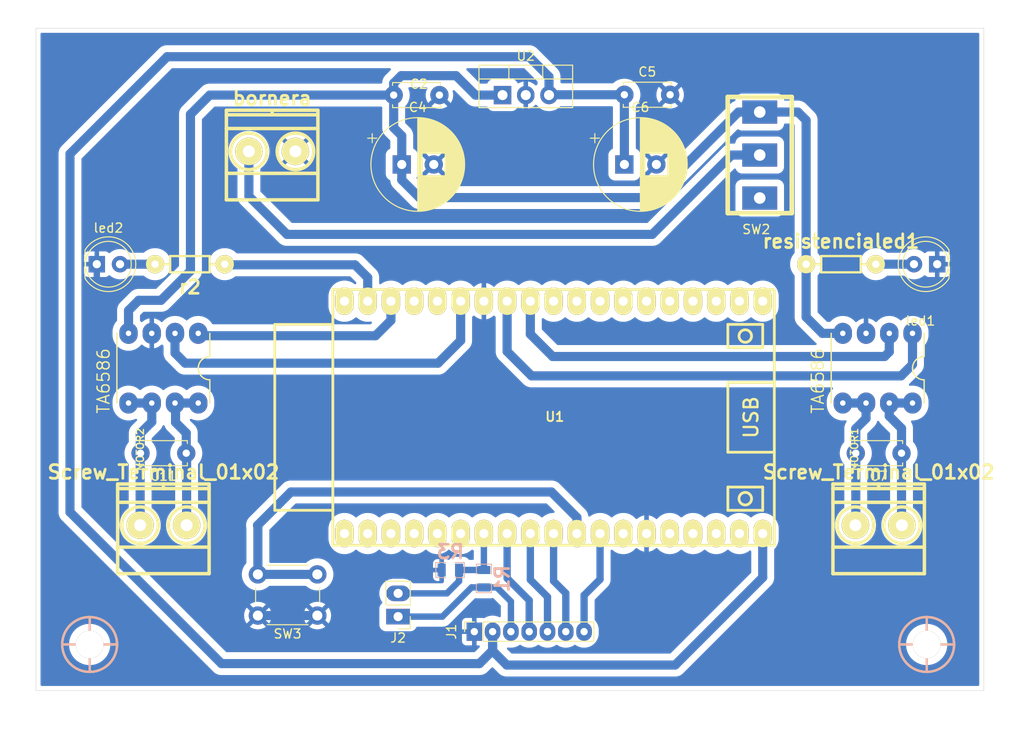
<source format=kicad_pcb>
(kicad_pcb (version 20240108) (generator "pcbnew") (generator_version "8.0")
  (layers (0 "F.Cu" signal) (31 "B.Cu" signal) (34 "B.Paste" user) (35 "F.Paste" user) (36 "B.SilkS" user "B.Silkscreen") (37 "F.SilkS" user "F.Silkscreen") (38 "B.Mask" user) (39 "F.Mask" user) (44 "Edge.Cuts" user))
  (net 0 "")
  (net 1 "Net-(bormo1-Pin_1)")
  (net 2 "Net-(bormo1-Pin_2)")
  (net 3 "Net-(SW2-B)")
  (net 4 "GND")
  (net 5 "VCC")
  (net 6 "+5V")
  (net 7 "Net-(J5-Pin_1)")
  (net 8 "Net-(J5-Pin_2)")
  (net 9 "Net-(led1-A)")
  (net 10 "Net-(led2-A)")
  (net 11 "/DIRECCION1")
  (net 12 "/DIRECCION2")
  (net 13 "/DIRECCION3")
  (net 14 "/DIRECCION4")
  (net 15 "/LED")
  (net 17 "/OUTe")
  (net 18 "/S0")
  (net 19 "/S1")
  (net 20 "/S3")
  (net 21 "/S2")
  (net 22 "Net-(SW3-B)")
  (net 49 "/OUTs")
  (footprint "ta6586:TA6586-FOOTPRINT" (layer "F.Cu") (at 112.725 68.814 -90)
    (property "Reference" "MOTOR1" (at 0 0 90) (layer "F.SilkS") (effects (font (size 0.787402 0.787402))))
    (property "Value" "TA6586")
    (fp_text user "TA6586 " (at -8 4 90) (layer "F.SilkS") (effects (font (size 1.32 1.32))))
    (pad "BI" thru_hole oval (at -12.7 -6.35 270) (size 2.3 2) (drill 0.6) (layers "*.Cu" "*.Mask") (net 11 "/DIRECCION1"))
    (pad "BO1" thru_hole oval (at -5.08 -3.81 270) (size 2.3 2) (drill 0.6) (layers "*.Cu" "*.Mask") (net 7 "Net-(J5-Pin_1)"))
    (pad "BO2" thru_hole oval (at -5.08 -6.35 270) (size 2.3 2) (drill 0.6) (layers "*.Cu" "*.Mask") (net 7 "Net-(J5-Pin_1)"))
    (pad "FI" thru_hole oval (at -12.7 -3.81 270) (size 2.3 2) (drill 0.6) (layers "*.Cu" "*.Mask") (net 12 "/DIRECCION2"))
    (pad "FO1" thru_hole oval (at -5.08 1.27 270) (size 2.3 2) (drill 0.6) (layers "*.Cu" "*.Mask") (net 8 "Net-(J5-Pin_2)"))
    (pad "FO2" thru_hole oval (at -5.08 -1.27 270) (size 2.3 2) (drill 0.6) (layers "*.Cu" "*.Mask") (net 8 "Net-(J5-Pin_2)"))
    (pad "GND" thru_hole oval (at -12.7 -1.27 270) (size 2.3 2) (drill 0.6) (layers "*.Cu" "*.Mask") (net 4 "GND"))
    (pad "VCC" thru_hole oval (at -12.7 1.27 270) (size 2.3 2) (drill 0.6) (layers "*.Cu" "*.Mask") (net 5 "VCC"))
  )
  (footprint "EESTN5:SW_SPDT_TH_Vertical" (layer "F.Cu") (at 102.375 36.624 180)
    (property "Reference" "SW2" (at 0.381 -8.128 180) (layer "F.SilkS"))
    (property "Value" "SW_SPDT" (hide yes))
    (pad "1" thru_hole rect (at 0 -4.7 180) (size 3.81 2.54) (drill 1.27) (layers "*.Cu" "*.Mask"))
    (pad "2" thru_hole rect (at 0 0 180) (size 3.81 2.54) (drill 1.27) (layers "*.Cu" "*.Mask") (net 3 "Net-(SW2-B)"))
    (pad "3" thru_hole rect (at 0 4.7 180) (size 3.81 2.54) (drill 1.27) (layers "*.Cu" "*.Mask") (net 5 "VCC"))
  )
  (footprint "LED_THT:LED_D5.0mm" (layer "F.Cu") (at 29.906395 48.555)
    (property "Reference" "led2" (at 1.27 -3.96 0) (layer "F.SilkS"))
    (property "Value" "LED")
    (pad "1" thru_hole rect (at 0 0) (size 1.8 1.8) (drill 0.9) (layers "*.Cu" "*.Mask") (net 4 "GND"))
    (pad "2" thru_hole circle (at 2.54 0) (size 1.8 1.8) (drill 0.9) (layers "*.Cu" "*.Mask") (net 10 "Net-(led2-A)"))
  )
  (footprint "EESTN5:RES0.3" (layer "F.Cu") (at 111.255 48.555)
    (property "Reference" "resistencialed1" (at 0 -2.5 0) (layer "F.SilkS") (effects (font (size 1.5 1.5) (thickness 0.3))))
    (property "Value" "220" (hide yes))
    (pad "1" thru_hole circle (at -3.81 0) (size 1.99898 1.99898) (drill 0.8001) (layers "*.Cu" "*.Mask" "F.SilkS") (net 5 "VCC"))
    (pad "2" thru_hole circle (at 3.81 0) (size 1.99898 1.99898) (drill 0.8001) (layers "*.Cu" "*.Mask" "F.SilkS") (net 9 "Net-(led1-A)"))
  )
  (footprint "EESTN5:BORNERA2" (layer "F.Cu") (at 49.075 36.224 180)
    (property "Reference" "bornerabateria1" (hide yes))
    (property "Value" "bornera" (at 0 5.8 180) (layer "F.SilkS") (effects (font (size 1.5 1.5) (thickness 0.3))))
    (pad "1" thru_hole circle (at -2.54 0 180) (size 3 3) (drill 1.3) (layers "*.Cu" "*.Mask" "F.SilkS") (net 4 "GND"))
    (pad "2" thru_hole circle (at 2.54 0 180) (size 3 3) (drill 1.3) (layers "*.Cu" "*.Mask" "F.SilkS") (net 3 "Net-(SW2-B)"))
  )
  (footprint "EESTN5:Tornillo_M3_8mm" (layer "F.Cu") (at 29.125 90.125 90)
    (property "Reference" "tornillo1" (hide yes))
    (property "Value" "Cable_PAD" (hide yes))
    (pad "1" thru_hole circle (at 0 0 90) (size 3 3) (drill 3) (layers "*.Cu" "F.SilkS"))
  )
  (footprint "EESTN5:Tornillo_M3_8mm" (layer "F.Cu") (at 120.625 90.125 90)
    (property "Reference" "tornillo2" (hide yes))
    (property "Value" "Cable_PAD" (hide yes))
    (pad "1" thru_hole circle (at 0 0 90) (size 3 3) (drill 3) (layers "*.Cu" "F.SilkS"))
  )
  (footprint "Capacitor_THT:CP_Radial_D10.0mm_P3.50mm" (layer "F.Cu") (at 87.578606 37.654)
    (property "Reference" "C6" (at 1.75 -6.25 0) (layer "F.SilkS"))
    (property "Value" "C_Polarized_US")
    (pad "1" thru_hole rect (at 0 0) (size 2 2) (drill 1) (layers "*.Cu" "*.Mask") (net 6 "+5V"))
    (pad "2" thru_hole circle (at 3.5 0) (size 2 2) (drill 1) (layers "*.Cu" "*.Mask") (net 4 "GND"))
  )
  (footprint "Connector_PinSocket_2.00mm:PinSocket_1x07_P2.00mm_Vertical" (layer "F.Cu") (at 71.175 88.724 90)
    (property "Reference" "J1" (at 0 -2.5 90) (layer "F.SilkS"))
    (property "Value" "Conn_01x07")
    (pad "1" thru_hole rect (at 0 0 90) (size 2 1.7) (drill 0.8) (layers "*.Cu" "*.Mask") (net 4 "GND"))
    (pad "2" thru_hole oval (at 0 2 90) (size 2 1.7) (drill 0.8) (layers "*.Cu" "*.Mask") (net 6 "+5V"))
    (pad "3" thru_hole oval (at 0 4 90) (size 2 1.7) (drill 0.8) (layers "*.Cu" "*.Mask") (net 17 "/OUTe"))
    (pad "4" thru_hole oval (at 0 6 90) (size 2 1.7) (drill 0.8) (layers "*.Cu" "*.Mask") (net 18 "/S0"))
    (pad "5" thru_hole oval (at 0 8 90) (size 2 1.7) (drill 0.8) (layers "*.Cu" "*.Mask") (net 19 "/S1"))
    (pad "6" thru_hole oval (at 0 10 90) (size 2 1.7) (drill 0.8) (layers "*.Cu" "*.Mask") (net 21 "/S2"))
    (pad "7" thru_hole oval (at 0 12 90) (size 2 1.7) (drill 0.8) (layers "*.Cu" "*.Mask") (net 20 "/S3"))
  )
  (footprint "LED_THT:LED_D5.0mm" (layer "F.Cu") (at 121.775 48.555 180)
    (property "Reference" "led1" (at 1.835 -6.197 180) (layer "F.SilkS"))
    (property "Value" "LED")
    (pad "1" thru_hole rect (at 0 0 180) (size 1.8 1.8) (drill 0.9) (layers "*.Cu" "*.Mask") (net 4 "GND"))
    (pad "2" thru_hole circle (at 2.54 0 180) (size 1.8 1.8) (drill 0.9) (layers "*.Cu" "*.Mask") (net 9 "Net-(led1-A)"))
  )
  (footprint "ta6586:TA6586-FOOTPRINT" (layer "F.Cu") (at 34.645 68.814 -90)
    (property "Reference" "MOTOR2" (at 0 0 90) (layer "F.SilkS") (effects (font (size 0.787402 0.787402))))
    (property "Value" "TA6586")
    (fp_text user "TA6586 " (at -8 4 90) (layer "F.SilkS") (effects (font (size 1.32 1.32))))
    (pad "BI" thru_hole oval (at -12.7 -6.35 270) (size 2.3 2) (drill 0.6) (layers "*.Cu" "F.Mask") (net 13 "/DIRECCION3"))
    (pad "BO1" thru_hole oval (at -5.08 -3.81 270) (size 2.3 2) (drill 0.6) (layers "*.Cu" "F.Mask") (net 1 "Net-(bormo1-Pin_1)"))
    (pad "BO2" thru_hole oval (at -5.08 -6.35 270) (size 2.3 2) (drill 0.6) (layers "*.Cu" "F.Mask") (net 1 "Net-(bormo1-Pin_1)"))
    (pad "FI" thru_hole oval (at -12.7 -3.81 270) (size 2.3 2) (drill 0.6) (layers "*.Cu" "F.Mask") (net 14 "/DIRECCION4"))
    (pad "FO1" thru_hole oval (at -5.08 1.27 270) (size 2.3 2) (drill 0.6) (layers "*.Cu" "F.Mask") (net 2 "Net-(bormo1-Pin_2)"))
    (pad "FO2" thru_hole oval (at -5.08 -1.27 270) (size 2.3 2) (drill 0.6) (layers "*.Cu" "F.Mask") (net 2 "Net-(bormo1-Pin_2)"))
    (pad "GND" thru_hole oval (at -12.7 -1.27 270) (size 2.3 2) (drill 0.6) (layers "*.Cu" "F.Mask") (net 4 "GND"))
    (pad "VCC" thru_hole oval (at -12.7 1.27 270) (size 2.3 2) (drill 0.6) (layers "*.Cu" "F.Mask") (net 5 "VCC"))
  )
  (footprint "Capacitor_THT:C_Disc_D5.0mm_W2.5mm_P5.00mm" (layer "F.Cu") (at 62.36 30.069)
    (property "Reference" "C2" (at 2.754457 -1.203457 0) (layer "F.SilkS"))
    (property "Value" "C")
    (pad "1" thru_hole circle (at 0 0) (size 2 2) (drill 0.8) (layers "*.Cu" "*.Mask") (net 5 "VCC"))
    (pad "2" thru_hole circle (at 5 0) (size 2 2) (drill 0.8) (layers "*.Cu" "*.Mask") (net 4 "GND"))
  )
  (footprint "Connector_PinHeader_2.54mm:PinHeader_1x02_P2.54mm_Vertical" (layer "F.Cu") (at 62.845 87.08 180)
    (property "Reference" "J2" (at 0 -2.33 180) (layer "F.SilkS"))
    (property "Value" "Conn_01x02")
    (pad "1" thru_hole rect (at 0 0 180) (size 2.6 1.7) (drill 1) (layers "*.Cu" "*.Mask") (net 17 "/OUTe"))
    (pad "2" thru_hole oval (at 0 2.54 180) (size 2.6 1.7) (drill 1) (layers "*.Cu" "*.Mask") (net 49 "/OUTs"))
  )
  (footprint "Package_TO_SOT_THT:TO-220-3_Vertical" (layer "F.Cu") (at 74.26 30.069)
    (property "Reference" "U2" (at 2.54 -4.27 0) (layer "F.SilkS"))
    (property "Value" "LM7805")
    (pad "1" thru_hole rect (at 0 0) (size 1.905 2) (drill 1.1) (layers "*.Cu" "*.Mask") (net 5 "VCC"))
    (pad "2" thru_hole oval (at 2.54 0) (size 1.905 2) (drill 1.1) (layers "*.Cu" "*.Mask") (net 4 "GND"))
    (pad "3" thru_hole oval (at 5.08 0) (size 1.905 2) (drill 1.1) (layers "*.Cu" "*.Mask") (net 6 "+5V"))
  )
  (footprint "Capacitor_THT:C_Disc_D5.0mm_W2.5mm_P5.00mm" (layer "F.Cu") (at 39.685 69.215 180)
    (property "Reference" "C11" (at 2.5 -2.5 180) (layer "F.SilkS"))
    (property "Value" "C")
    (pad "1" thru_hole circle (at 0 0 180) (size 2 2) (drill 0.8) (layers "*.Cu" "*.Mask") (net 1 "Net-(bormo1-Pin_1)"))
    (pad "2" thru_hole circle (at 5 0 180) (size 2 2) (drill 0.8) (layers "*.Cu" "*.Mask") (net 2 "Net-(bormo1-Pin_2)"))
  )
  (footprint "EESTN5:RES0.3" (layer "F.Cu") (at 40.085 48.555 180)
    (property "Reference" "r2" (at 0 -2.5 180) (layer "F.SilkS") (effects (font (size 1.5 1.5) (thickness 0.3))))
    (property "Value" "560" (hide yes))
    (pad "1" thru_hole circle (at -3.81 0 180) (size 1.99898 1.99898) (drill 0.8001) (layers "*.Cu" "*.Mask" "F.SilkS") (net 15 "/LED"))
    (pad "2" thru_hole circle (at 3.81 0 180) (size 1.99898 1.99898) (drill 0.8001) (layers "*.Cu" "*.Mask" "F.SilkS") (net 10 "Net-(led2-A)"))
  )
  (footprint "Capacitor_THT:C_Disc_D5.0mm_W2.5mm_P5.00mm" (layer "F.Cu") (at 117.875 69.215 180)
    (property "Reference" "C7" (at 2.5 -2.5 180) (layer "F.SilkS"))
    (property "Value" "C")
    (pad "1" thru_hole circle (at 0 0 180) (size 2 2) (drill 0.8) (layers "*.Cu" "*.Mask") (net 7 "Net-(J5-Pin_1)"))
    (pad "2" thru_hole circle (at 5 0 180) (size 2 2) (drill 0.8) (layers "*.Cu" "*.Mask") (net 8 "Net-(J5-Pin_2)"))
  )
  (footprint "Button_Switch_THT:SW_PUSH_6mm" (layer "F.Cu") (at 54.015 86.965 180)
    (property "Reference" "SW3" (at 3.25 -2 180) (layer "F.SilkS"))
    (property "Value" "s")
    (pad "1" thru_hole circle (at 0 0 270) (size 2 2) (drill 1.1) (layers "*.Cu" "*.Mask") (net 4 "GND"))
    (pad "1" thru_hole circle (at 6.5 0 270) (size 2 2) (drill 1.1) (layers "*.Cu" "*.Mask") (net 4 "GND"))
    (pad "2" thru_hole circle (at 0 4.5 270) (size 2 2) (drill 1.1) (layers "*.Cu" "*.Mask") (net 22 "Net-(SW3-B)"))
    (pad "2" thru_hole circle (at 6.5 4.5 270) (size 2 2) (drill 1.1) (layers "*.Cu" "*.Mask") (net 22 "Net-(SW3-B)"))
  )
  (footprint "Capacitor_THT:C_Disc_D5.0mm_W2.5mm_P5.00mm" (layer "F.Cu") (at 87.578606 30.034)
    (property "Reference" "C5" (at 2.5 -2.5 0) (layer "F.SilkS"))
    (property "Value" "C")
    (pad "1" thru_hole circle (at 0 0) (size 2 2) (drill 0.8) (layers "*.Cu" "*.Mask") (net 6 "+5V"))
    (pad "2" thru_hole circle (at 5 0) (size 2 2) (drill 0.8) (layers "*.Cu" "*.Mask") (net 4 "GND"))
  )
  (footprint "EESTN5:BORNERA2" (layer "F.Cu") (at 37.185 77.085 180)
    (property "Reference" "bormo1" (hide yes))
    (property "Value" "Screw_Terminal_01x02" (at 0 5.8 180) (layer "F.SilkS") (effects (font (size 1.5 1.5) (thickness 0.3))))
    (pad "1" thru_hole circle (at -2.54 0 180) (size 3 3) (drill 1.3) (layers "*.Cu" "*.Mask" "F.SilkS") (net 1 "Net-(bormo1-Pin_1)"))
    (pad "2" thru_hole circle (at 2.54 0 180) (size 3 3) (drill 1.3) (layers "*.Cu" "*.Mask" "F.SilkS") (net 2 "Net-(bormo1-Pin_2)"))
  )
  (footprint "EESTN5:BORNERA2" (layer "F.Cu") (at 115.375 77.085 180)
    (property "Reference" "J5" (hide yes))
    (property "Value" "Screw_Terminal_01x02" (at 0 5.8 180) (layer "F.SilkS") (effects (font (size 1.5 1.5) (thickness 0.3))))
    (pad "1" thru_hole circle (at -2.54 0 180) (size 3 3) (drill 1.3) (layers "*.Cu" "*.Mask" "F.SilkS") (net 7 "Net-(J5-Pin_1)"))
    (pad "2" thru_hole circle (at 2.54 0 180) (size 3 3) (drill 1.3) (layers "*.Cu" "*.Mask" "F.SilkS") (net 8 "Net-(J5-Pin_2)"))
  )
  (footprint "EESTN5:ESP32_DEVKITC" (layer "F.Cu") (at 79.84 65.299)
    (property "Reference" "U1" (at 0.127 -0.0635 0) (layer "F.SilkS") (effects (font (size 1.016 1.016) (thickness 0.2032))))
    (property "Value" "ESP32_CDN" (hide yes))
    (fp_text user "USB" (at 21.59 0 90) (layer "F.SilkS") (effects (font (size 1.524 1.524) (thickness 0.254))))
    (pad "1" thru_hole oval (at -22.86 12.7 180) (size 2 3) (drill 1) (layers "*.Cu" "*.Mask" "F.SilkS" "Dwgs.User"))
    (pad "2" thru_hole oval (at -20.32 12.7 180) (size 2 3) (drill 1) (layers "*.Cu" "*.Mask" "F.SilkS" "Dwgs.User"))
    (pad "3" thru_hole oval (at -17.78 12.7 180) (size 2 3) (drill 1) (layers "*.Cu" "*.Mask" "F.SilkS" "Dwgs.User"))
    (pad "4" thru_hole oval (at -15.24 12.7 180) (size 2 3) (drill 1) (layers "*.Cu" "*.Mask" "F.SilkS" "Dwgs.User"))
    (pad "5" thru_hole oval (at -12.7 12.7 180) (size 2 3) (drill 1) (layers "*.Cu" "*.Mask" "F.SilkS" "Dwgs.User"))
    (pad "6" thru_hole oval (at -10.16 12.7 180) (size 2 3) (drill 1) (layers "*.Cu" "*.Mask" "F.SilkS" "Dwgs.User"))
    (pad "7" thru_hole oval (at -7.62 12.7 180) (size 2 3) (drill 1) (layers "*.Cu" "*.Mask" "F.SilkS" "Dwgs.User") (net 49 "/OUTs"))
    (pad "8" thru_hole oval (at -5.08 12.7 180) (size 2 3) (drill 1) (layers "*.Cu" "*.Mask" "F.SilkS" "Dwgs.User") (net 18 "/S0"))
    (pad "9" thru_hole oval (at -2.54 12.7 180) (size 2 3) (drill 1) (layers "*.Cu" "*.Mask" "F.SilkS" "Dwgs.User") (net 19 "/S1"))
    (pad "10" thru_hole oval (at 0 12.7 180) (size 2 3) (drill 1) (layers "*.Cu" "*.Mask" "F.SilkS" "Dwgs.User") (net 21 "/S2"))
    (pad "11" thru_hole oval (at 2.54 12.7 180) (size 2 3) (drill 1) (layers "*.Cu" "*.Mask" "F.SilkS" "Dwgs.User") (net 22 "Net-(SW3-B)"))
    (pad "12" thru_hole oval (at 5.08 12.7 180) (size 2 3) (drill 1) (layers "*.Cu" "*.Mask" "F.SilkS" "Dwgs.User") (net 20 "/S3"))
    (pad "13" thru_hole oval (at 7.62 12.7 180) (size 2 3) (drill 1) (layers "*.Cu" "*.Mask" "F.SilkS" "Dwgs.User"))
    (pad "14" thru_hole oval (at 10.16 12.7 180) (size 2 3) (drill 1) (layers "*.Cu" "*.Mask" "F.SilkS" "Dwgs.User") (net 4 "GND"))
    (pad "15" thru_hole oval (at 12.7 12.7 180) (size 2 3) (drill 1) (layers "*.Cu" "*.Mask" "F.SilkS" "Dwgs.User"))
    (pad "16" thru_hole oval (at 15.24 12.7 180) (size 2 3) (drill 1) (layers "*.Cu" "*.Mask" "F.SilkS" "Dwgs.User"))
    (pad "17" thru_hole oval (at 17.78 12.7 180) (size 2 3) (drill 1) (layers "*.Cu" "*.Mask" "F.SilkS" "Dwgs.User"))
    (pad "18" thru_hole oval (at 20.32 12.7 180) (size 2 3) (drill 1) (layers "*.Cu" "*.Mask" "F.SilkS" "Dwgs.User"))
    (pad "19" thru_hole oval (at 22.86 12.7 180) (size 2 3) (drill 1) (layers "*.Cu" "*.Mask" "F.SilkS" "Dwgs.User") (net 6 "+5V"))
    (pad "20" thru_hole oval (at 22.86 -12.7 180) (size 2 3) (drill 1) (layers "*.Cu" "*.Mask" "F.SilkS" "Dwgs.User"))
    (pad "21" thru_hole oval (at 20.32 -12.7 180) (size 2 3) (drill 1) (layers "*.Cu" "*.Mask" "F.SilkS" "Dwgs.User"))
    (pad "22" thru_hole oval (at 17.78 -12.7 180) (size 2 3) (drill 1) (layers "*.Cu" "*.Mask" "F.SilkS" "Dwgs.User"))
    (pad "23" thru_hole oval (at 15.24 -12.7 180) (size 2 3) (drill 1) (layers "*.Cu" "*.Mask" "F.SilkS" "Dwgs.User"))
    (pad "24" thru_hole oval (at 12.7 -12.7 180) (size 2 3) (drill 1) (layers "*.Cu" "*.Mask" "F.SilkS" "Dwgs.User"))
    (pad "25" thru_hole oval (at 10.16 -12.7 180) (size 2 3) (drill 1) (layers "*.Cu" "*.Mask" "F.SilkS" "Dwgs.User"))
    (pad "26" thru_hole oval (at 7.62 -12.7 180) (size 2 3) (drill 1) (layers "*.Cu" "*.Mask" "F.SilkS" "Dwgs.User"))
    (pad "27" thru_hole oval (at 5.08 -12.7 180) (size 2 3) (drill 1) (layers "*.Cu" "*.Mask" "F.SilkS" "Dwgs.User"))
    (pad "28" thru_hole oval (at 2.54 -12.7 180) (size 2 3) (drill 1) (layers "*.Cu" "*.Mask" "F.SilkS" "Dwgs.User"))
    (pad "29" thru_hole oval (at 0 -12.7 180) (size 2 3) (drill 1) (layers "*.Cu" "*.Mask" "F.SilkS" "Dwgs.User"))
    (pad "30" thru_hole oval (at -2.54 -12.7 180) (size 2 3) (drill 1) (layers "*.Cu" "*.Mask" "F.SilkS" "Dwgs.User") (net 12 "/DIRECCION2"))
    (pad "31" thru_hole oval (at -5.08 -12.7 180) (size 2 3) (drill 1) (layers "*.Cu" "*.Mask" "F.SilkS" "Dwgs.User") (net 11 "/DIRECCION1"))
    (pad "32" thru_hole oval (at -7.62 -12.7 180) (size 2 3) (drill 1) (layers "*.Cu" "*.Mask" "F.SilkS" "Dwgs.User") (net 4 "GND"))
    (pad "33" thru_hole oval (at -10.16 -12.7 180) (size 2 3) (drill 1) (layers "*.Cu" "*.Mask" "F.SilkS" "Dwgs.User") (net 14 "/DIRECCION4"))
    (pad "34" thru_hole oval (at -12.7 -12.7 180) (size 2 3) (drill 1) (layers "*.Cu" "*.Mask" "F.SilkS" "Dwgs.User"))
    (pad "35" thru_hole oval (at -15.24 -12.7 180) (size 2 3) (drill 1) (layers "*.Cu" "*.Mask" "F.SilkS" "Dwgs.User"))
    (pad "36" thru_hole oval (at -17.78 -12.7 180) (size 2 3) (drill 1) (layers "*.Cu" "*.Mask" "F.SilkS" "Dwgs.User") (net 13 "/DIRECCION3"))
    (pad "37" thru_hole oval (at -20.32 -12.7 180) (size 2 3) (drill 1) (layers "*.Cu" "*.Mask" "F.SilkS" "Dwgs.User") (net 15 "/LED"))
    (pad "38" thru_hole oval (at -22.86 -12.7 180) (size 2 3) (drill 1) (layers "*.Cu" "*.Mask" "F.SilkS" "Dwgs.User"))
  )
  (footprint "Capacitor_THT:CP_Radial_D10.0mm_P3.50mm" (layer "F.Cu") (at 63.242323 37.654)
    (property "Reference" "C4" (at 1.75 -6.25 0) (layer "F.SilkS"))
    (property "Value" "C_Polarized_US")
    (pad "1" thru_hole rect (at 0 0) (size 2 2) (drill 1) (layers "*.Cu" "*.Mask") (net 5 "VCC"))
    (pad "2" thru_hole circle (at 3.5 0) (size 2 2) (drill 1) (layers "*.Cu" "*.Mask") (net 4 "GND"))
  )
  (footprint "EESTN5:R_0805" (layer "B.Cu") (at 72.225 82.935 90)
    (property "Reference" "R1" (at 0 2 -90) (layer "B.SilkS") (effects (font (size 1.5 1.5) (thickness 0.3)) (justify mirror)))
    (property "Value" "R" (hide yes))
    (pad "1" smd rect (at -0.9525 0 90) (size 0.889 1.397) (layers "B.Cu" "B.Paste" "B.Mask") (net 17 "/OUTe"))
    (pad "2" smd rect (at 0.9525 0 90) (size 0.889 1.397) (layers "B.Cu" "B.Paste" "B.Mask") (net 49 "/OUTs"))
  )
  (footprint "EESTN5:R_0805" (layer "B.Cu") (at 68.55675 81.9925 180)
    (property "Reference" "R3" (at 0 2 180) (layer "B.SilkS") (effects (font (size 1.5 1.5) (thickness 0.3)) (justify mirror)))
    (property "Value" "R" (hide yes))
    (pad "1" smd rect (at -0.9525 0 180) (size 0.889 1.397) (layers "B.Cu" "B.Paste" "B.Mask") (net 49 "/OUTs"))
    (pad "2" smd rect (at 0.9525 0 180) (size 0.889 1.397) (layers "B.Cu" "B.Paste" "B.Mask") (net 4 "GND"))
  )
  (gr_rect (start 23.255 22.765) (end 126.875 95.16) (stroke (width 0.05)) (fill none) (layer "Edge.Cuts"))
  (segment (start 39.725 69.255) (end 39.685 69.215) (width 1) (layer "B.Cu") (net 1))
  (segment (start 39.725 77.085) (end 39.725 69.255) (width 1) (layer "B.Cu") (net 1))
  (segment (start 40.995 63.734) (end 38.455 63.734) (width 1) (layer "B.Cu") (net 1))
  (segment (start 39.685 69.215) (end 39.685 67.015) (width 1) (layer "B.Cu") (net 1))
  (segment (start 38.515 65.845) (end 38.515 63.794) (width 1) (layer "B.Cu") (net 1))
  (segment (start 39.685 67.015) (end 38.515 65.845) (width 1) (layer "B.Cu") (net 1))
  (segment (start 38.515 63.794) (end 38.455 63.734) (width 1) (layer "B.Cu") (net 1))
  (segment (start 39.685 77.285) (end 39.725 77.325) (width 1) (layer "B.Cu") (net 1))
  (segment (start 35.915 63.734) (end 35.915 65.795) (width 1) (layer "B.Cu") (net 2))
  (segment (start 33.375 63.734) (end 35.915 63.734) (width 1) (layer "B.Cu") (net 2))
  (segment (start 35.915 65.795) (end 34.655 67.055) (width 1) (layer "B.Cu") (net 2))
  (segment (start 34.655 67.055) (end 34.655 69.185) (width 1) (layer "B.Cu") (net 2))
  (segment (start 34.645 77.085) (end 34.645 69.255) (width 1) (layer "B.Cu") (net 2))
  (segment (start 34.655 69.185) (end 34.685 69.215) (width 1) (layer "B.Cu") (net 2))
  (segment (start 34.685 69.215) (end 34.735 69.165) (width 1) (layer "B.Cu") (net 2))
  (segment (start 34.645 69.255) (end 34.685 69.215) (width 1) (layer "B.Cu") (net 2))
  (segment (start 46.535 41.134) (end 50.7 45.299) (width 1) (layer "B.Cu") (net 3))
  (segment (start 50.7 45.299) (end 90.626 45.299) (width 1) (layer "B.Cu") (net 3))
  (segment (start 46.535 36.224) (end 46.535 41.134) (width 1) (layer "B.Cu") (net 3))
  (segment (start 90.626 45.299) (end 99.301 36.624) (width 1) (layer "B.Cu") (net 3))
  (segment (start 99.301 36.624) (end 102.375 36.624) (width 1) (layer "B.Cu") (net 3))
  (segment (start 29.906395 48.555) (end 29.906395 50.82) (width 0.7) (layer "B.Cu") (net 4))
  (segment (start 29.906395 50.82) (end 29.896395 50.83) (width 0.7) (layer "B.Cu") (net 4))
  (segment (start 47.515 86.965) (end 54.015 86.965) (width 1) (layer "B.Cu") (net 4))
  (segment (start 40.145 49.285) (end 40.145 32.18) (width 1) (layer "B.Cu") (net 5))
  (segment (start 107.445 48.555) (end 107.445 32.819) (width 1) (layer "B.Cu") (net 5))
  (segment (start 63.242323 37.654) (end 63.242323 34.517323) (width 1) (layer "B.Cu") (net 5))
  (segment (start 69.175 27.949) (end 63.185 27.949) (width 1) (layer "B.Cu") (net 5))
  (segment (start 36.925 52.505) (end 40.145 49.285) (width 1) (layer "B.Cu") (net 5))
  (segment (start 100.051 31.924) (end 90.701 41.274) (width 1) (layer "B.Cu") (net 5))
  (segment (start 74.26 30.069) (end 71.295 30.069) (width 1) (layer "B.Cu") (net 5))
  (segment (start 107.445 32.819) (end 106.55 31.924) (width 1) (layer "B.Cu") (net 5))
  (segment (start 33.375 56.114) (end 33.375 53.615) (width 1) (layer "B.Cu") (net 5))
  (segment (start 65.175 41.274) (end 63.242323 39.341323) (width 1) (layer "B.Cu") (net 5))
  (segment (start 63.185 27.949) (end 62.36 28.774) (width 1) (layer "B.Cu") (net 5))
  (segment (start 33.375 53.615) (end 34.485 52.505) (width 1) (layer "B.Cu") (net 5))
  (segment (start 109.224 56.114) (end 111.455 56.114) (width 1) (layer "B.Cu") (net 5))
  (segment (start 106.55 31.924) (end 102.375 31.924) (width 1) (layer "B.Cu") (net 5))
  (segment (start 40.145 32.18) (end 42.256 30.069) (width 1) (layer "B.Cu") (net 5))
  (segment (start 62.36 33.635) (end 62.36 30.069) (width 1) (layer "B.Cu") (net 5))
  (segment (start 71.295 30.069) (end 69.175 27.949) (width 1) (layer "B.Cu") (net 5))
  (segment (start 63.242323 34.517323) (end 62.36 33.635) (width 1) (layer "B.Cu") (net 5))
  (segment (start 90.701 41.274) (end 65.175 41.274) (width 1) (layer "B.Cu") (net 5))
  (segment (start 102.375 31.924) (end 100.051 31.924) (width 1) (layer "B.Cu") (net 5))
  (segment (start 34.485 52.505) (end 36.925 52.505) (width 1) (layer "B.Cu") (net 5))
  (segment (start 107.445 48.555) (end 107.445 54.335) (width 1) (layer "B.Cu") (net 5))
  (segment (start 63.242323 39.341323) (end 63.242323 37.654) (width 1) (layer "B.Cu") (net 5))
  (segment (start 107.445 54.335) (end 109.224 56.114) (width 1) (layer "B.Cu") (net 5))
  (segment (start 42.256 30.069) (end 62.36 30.069) (width 1) (layer "B.Cu") (net 5))
  (segment (start 62.36 28.774) (end 62.36 30.069) (width 1) (layer "B.Cu") (net 5))
  (segment (start 111.455 56.311391) (end 111.455 56.6645) (width 0.7) (layer "B.Cu") (net 5))
  (segment (start 102.7 82.8) (end 102.7 77.999) (width 1) (layer "B.Cu") (net 6))
  (segment (start 26.975 36.5) (end 26.975 75.655) (width 1) (layer "B.Cu") (net 6))
  (segment (start 73.175 90.224) (end 73.175 90.825) (width 1) (layer "B.Cu") (net 6))
  (segment (start 87.578606 37.654) (end 87.578606 30.034) (width 1) (layer "B.Cu") (net 6))
  (segment (start 73.175 90.825) (end 74.725 92.375) (width 1) (layer "B.Cu") (net 6))
  (segment (start 87.578606 30.034) (end 79.375 30.034) (width 1) (layer "B.Cu") (net 6))
  (segment (start 79.375 30.034) (end 79.34 30.069) (width 1) (layer "B.Cu") (net 6))
  (segment (start 79.34 30.069) (end 79.34 28.065) (width 1) (layer "B.Cu") (net 6))
  (segment (start 93.125 92.375) (end 102.7 82.8) (width 1) (layer "B.Cu") (net 6))
  (segment (start 43.535 92.215) (end 71.735 92.215) (width 1) (layer "B.Cu") (net 6))
  (segment (start 73.175 90.775) (end 73.175 90.224) (width 1) (layer "B.Cu") (net 6))
  (segment (start 73.175 88.724) (end 73.175 90.224) (width 1) (layer "B.Cu") (net 6))
  (segment (start 37.6 25.875) (end 26.975 36.5) (width 1) (layer "B.Cu") (net 6))
  (segment (start 79.34 28.065) (end 77.15 25.875) (width 1) (layer "B.Cu") (net 6))
  (segment (start 71.735 92.215) (end 73.175 90.775) (width 1) (layer "B.Cu") (net 6))
  (segment (start 26.975 75.655) (end 43.535 92.215) (width 1) (layer "B.Cu") (net 6))
  (segment (start 77.15 25.875) (end 37.6 25.875) (width 1) (layer "B.Cu") (net 6))
  (segment (start 74.725 92.375) (end 93.125 92.375) (width 1) (layer "B.Cu") (net 6))
  (segment (start 117.875 69.215) (end 117.875 77.045) (width 1) (layer "B.Cu") (net 7))
  (segment (start 116.535 65.1645) (end 117.875 66.5045) (width 1) (layer "B.Cu") (net 7))
  (segment (start 119.075 63.734) (end 116.535 63.734) (width 1) (layer "B.Cu") (net 7))
  (segment (start 117.875 77.045) (end 117.915 77.085) (width 1) (layer "B.Cu") (net 7))
  (segment (start 117.875 66.5045) (end 117.875 69.215) (width 1) (layer "B.Cu") (net 7))
  (segment (start 117.915 68.9255) (end 117.875 68.8855) (width 1) (layer "B.Cu") (net 7))
  (segment (start 116.535 63.734) (end 116.535 65.1645) (width 1) (layer "B.Cu") (net 7))
  (segment (start 113.995 65.4145) (end 112.88 66.5295) (width 1) (layer "B.Cu") (net 8))
  (segment (start 111.455 63.734) (end 113.995 63.734) (width 1) (layer "B.Cu") (net 8))
  (segment (start 112.875 66.5295) (end 112.875 69.215) (width 1) (layer "B.Cu") (net 8))
  (segment (start 112.875 77.045) (end 112.835 77.085) (width 1) (layer "B.Cu") (net 8))
  (segment (start 112.88 66.5295) (end 112.875 66.5295) (width 1) (layer "B.Cu") (net 8))
  (segment (start 112.875 69.215) (end 112.875 77.045) (width 1) (layer "B.Cu") (net 8))
  (segment (start 113.995 63.734) (end 113.995 65.4145) (width 1) (layer "B.Cu") (net 8))
  (segment (start 119.235 48.555) (end 115.065 48.555) (width 1) (layer "B.Cu") (net 9))
  (segment (start 36.275 48.555) (end 32.446395 48.555) (width 1) (layer "B.Cu") (net 10))
  (segment (start 77.435 60.765) (end 74.76 58.09) (width 1) (layer "B.Cu") (net 11))
  (segment (start 74.76 58.09) (end 74.76 52.599) (width 1) (layer "B.Cu") (net 11))
  (segment (start 117.825 60.765) (end 77.435 60.765) (width 1) (layer "B.Cu") (net 11))
  (segment (start 119.075 59.515) (end 117.825 60.765) (width 1) (layer "B.Cu") (net 11))
  (segment (start 119.075 56.114) (end 119.075 59.515) (width 1) (layer "B.Cu") (net 11))
  (segment (start 116.025 58.645) (end 79.735 58.645) (width 1) (layer "B.Cu") (net 12))
  (segment (start 79.735 58.645) (end 77.3 56.21) (width 1) (layer "B.Cu") (net 12))
  (segment (start 116.535 56.114) (end 116.535 58.135) (width 1) (layer "B.Cu") (net 12))
  (segment (start 77.3 56.21) (end 77.3 52.599) (width 1) (layer "B.Cu") (net 12))
  (segment (start 116.535 58.135) (end 116.025 58.645) (width 1) (layer "B.Cu") (net 12))
  (segment (start 40.995 56.114) (end 41.256 56.375) (width 1) (layer "B.Cu") (net 13))
  (segment (start 41.256 56.375) (end 60.375 56.375) (width 1) (layer "B.Cu") (net 13))
  (segment (start 62.06 54.69) (end 62.06 52.599) (width 1) (layer "B.Cu") (net 13))
  (segment (start 60.375 56.375) (end 62.06 54.69) (width 1) (layer "B.Cu") (net 13))
  (segment (start 39.566 59.375) (end 67.205 59.375) (width 1) (layer "B.Cu") (net 14))
  (segment (start 38.455 56.114) (end 38.455 58.264) (width 1) (layer "B.Cu") (net 14))
  (segment (start 69.68 56.9) (end 69.68 52.599) (width 1) (layer "B.Cu") (net 14))
  (segment (start 38.455 58.264) (end 39.566 59.375) (width 1) (layer "B.Cu") (net 14))
  (segment (start 67.205 59.375) (end 69.68 56.9) (width 1) (layer "B.Cu") (net 14))
  (segment (start 43.895 48.625) (end 58.125 48.625) (width 1) (layer "B.Cu") (net 15))
  (segment (start 59.52 50.02) (end 59.52 52.599) (width 1) (layer "B.Cu") (net 15))
  (segment (start 43.895 48.555) (end 43.895 48.625) (width 1) (layer "B.Cu") (net 15))
  (segment (start 58.125 48.625) (end 59.52 50.02) (width 1) (layer "B.Cu") (net 15))
  (segment (start 72.225 83.8875) (end 73.64118 83.8875) (width 0.7) (layer "B.Cu") (net 17))
  (segment (start 72.225 83.8875) (end 70.87311 83.8875) (width 0.7) (layer "B.Cu") (net 17))
  (segment (start 73.64118 83.8875) (end 75.175 85.42132) (width 0.7) (layer "B.Cu") (net 17))
  (segment (start 70.87311 83.8875) (end 67.68061 87.08) (width 0.7) (layer "B.Cu") (net 17))
  (segment (start 67.68061 87.08) (end 62.845 87.08) (width 0.7) (layer "B.Cu") (net 17))
  (segment (start 75.175 85.42132) (end 75.175 88.724) (width 0.7) (layer "B.Cu") (net 17))
  (segment (start 74.76 82.885) (end 77.175 85.3) (width 0.8) (layer "B.Cu") (net 18))
  (segment (start 74.776543 78.317457) (end 74.65 78.444) (width 0.7) (layer "B.Cu") (net 18))
  (segment (start 74.76 77.999) (end 74.76 82.885) (width 0.8) (layer "B.Cu") (net 18))
  (segment (start 77.175 85.3) (end 77.175 88.724) (width 0.8) (layer "B.Cu") (net 18))
  (segment (start 79.175 88.724) (end 79.175 84.925) (width 0.8) (layer "B.Cu") (net 19))
  (segment (start 77.3 83.05) (end 77.3 77.999) (width 0.8) (layer "B.Cu") (net 19))
  (segment (start 79.175 84.925) (end 77.3 83.05) (width 0.8) (layer "B.Cu") (net 19))
  (segment (start 83.175 88.724) (end 83.175 84.75) (width 0.8) (layer "B.Cu") (net 20))
  (segment (start 83.175 84.75) (end 84.92 83.005) (width 0.8) (layer "B.Cu") (net 20))
  (segment (start 84.92 83.005) (end 84.92 77.999) (width 0.8) (layer "B.Cu") (net 20))
  (segment (start 79.84 83.19) (end 81.175 84.525) (width 0.8) (layer "B.Cu") (net 21))
  (segment (start 79.84 77.999) (end 79.84 83.19) (width 0.8) (layer "B.Cu") (net 21))
  (segment (start 81.175 84.525) (end 81.175 88.724) (width 0.8) (layer "B.Cu") (net 21))
  (segment (start 55.575 73.455) (end 79.605 73.455) (width 1) (layer "B.Cu") (net 22))
  (segment (start 47.515 82.465) (end 54.015 82.465) (width 1) (layer "B.Cu") (net 22))
  (segment (start 47.515 77.145) (end 47.515 82.465) (width 1) (layer "B.Cu") (net 22))
  (segment (start 82.396543 76.246543) (end 82.396543 78.317457) (width 1) (layer "B.Cu") (net 22))
  (segment (start 55.575 73.455) (end 51.125 73.455) (width 1) (layer "B.Cu") (net 22))
  (segment (start 79.605 73.455) (end 82.396543 76.246543) (width 1) (layer "B.Cu") (net 22))
  (segment (start 51.125 73.455) (end 47.475 77.105) (width 1) (layer "B.Cu") (net 22))
  (segment (start 47.475 77.105) (end 47.515 77.145) (width 1) (layer "B.Cu") (net 22))
  (segment (start 72.225 81.9825) (end 69.51925 81.9825) (width 0.7) (layer "B.Cu") (net 49))
  (segment (start 69.50925 83.20075) (end 68.17 84.54) (width 0.7) (layer "B.Cu") (net 49))
  (segment (start 72.22 77.999) (end 72.22 81.9775) (width 0.7) (layer "B.Cu") (net 49))
  (segment (start 72.22 81.9775) (end 72.225 81.9825) (width 0.7) (layer "B.Cu") (net 49))
  (segment (start 68.17 84.54) (end 62.845 84.54) (width 0.7) (layer "B.Cu") (net 49))
  (segment (start 69.51925 81.9825) (end 69.50925 81.9925) (width 0.7) (layer "B.Cu") (net 49))
  (segment (start 69.50925 81.9925) (end 69.50925 83.20075) (width 0.7) (layer "B.Cu") (net 49))
  (zone (net 4) (net_name "GND") (layer "B.Cu") (connect_pads (clearance 0.5)) (min_thickness 0.25) (fill yes (thermal_gap 0.5) (thermal_bridge_width 0.5))
    (polygon (pts (xy 20.95 19.675) (xy 131.275 19.675) (xy 129.5 99.5) (xy 19.325 99.475)))
  )
)
</source>
